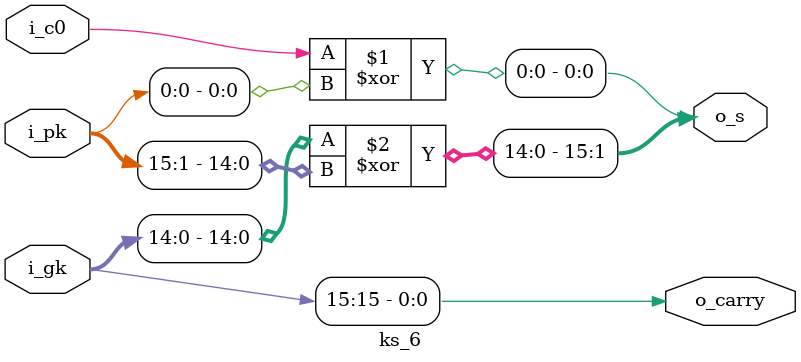
<source format=v>
`default_nettype none
	
module ks_6 (
	input wire i_c0,
	input wire [15:0] i_pk,
	input wire [15:0] i_gk,
	output wire [15:0] o_s,
	output wire o_carry
	);
	
	assign o_carry = i_gk[15];
	assign o_s[0] = i_c0 ^ i_pk[0];
	assign o_s[15:1] = i_gk[14:0] ^ i_pk[15:1];
	
endmodule

</source>
